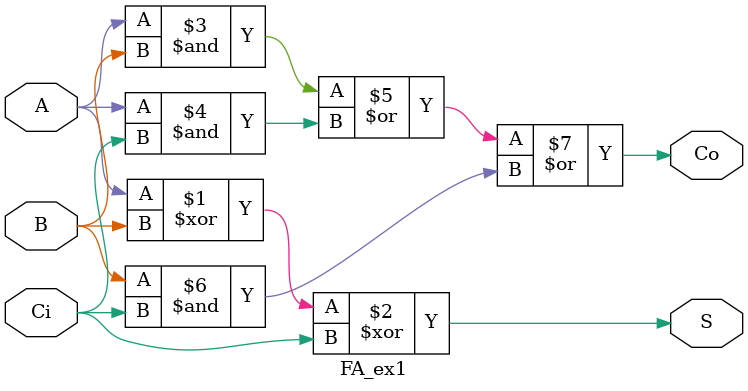
<source format=sv>
module FA_ex1(
     input  A,
     input  B,
     input  Ci,
     output S,
     output Co);

assign  S = A ^ B ^ Ci;
assign  Co=(A&B)|(A&Ci)|(B&Ci);

endmodule 

</source>
